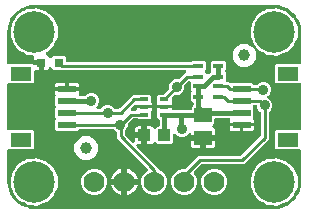
<source format=gbr>
G04 EAGLE Gerber RS-274X export*
G75*
%MOMM*%
%FSLAX34Y34*%
%LPD*%
%INTop Copper*%
%IPPOS*%
%AMOC8*
5,1,8,0,0,1.08239X$1,22.5*%
G01*
%ADD10R,1.500000X1.240000*%
%ADD11R,1.075000X1.000000*%
%ADD12R,0.900000X0.450000*%
%ADD13C,3.516000*%
%ADD14R,1.550000X0.600000*%
%ADD15R,1.800000X1.200000*%
%ADD16C,1.000000*%
%ADD17R,0.800000X0.800000*%
%ADD18C,1.778000*%
%ADD19R,0.800000X0.350000*%
%ADD20C,0.254000*%
%ADD21C,0.889000*%
%ADD22C,0.203200*%
%ADD23C,0.406400*%

G36*
X228622Y2543D02*
X228622Y2543D01*
X228700Y2545D01*
X232077Y2810D01*
X232145Y2824D01*
X232214Y2829D01*
X232370Y2869D01*
X238794Y4956D01*
X238901Y5006D01*
X239012Y5050D01*
X239063Y5083D01*
X239082Y5091D01*
X239097Y5104D01*
X239148Y5136D01*
X244612Y9107D01*
X244699Y9188D01*
X244746Y9227D01*
X244752Y9231D01*
X244753Y9232D01*
X244791Y9264D01*
X244829Y9310D01*
X244844Y9324D01*
X244855Y9342D01*
X244893Y9388D01*
X246586Y11717D01*
X246599Y11741D01*
X246616Y11761D01*
X246675Y11880D01*
X246739Y11996D01*
X246746Y12022D01*
X246758Y12046D01*
X246785Y12174D01*
X246799Y12185D01*
X246823Y12196D01*
X246925Y12281D01*
X247031Y12361D01*
X247048Y12382D01*
X247068Y12398D01*
X247171Y12522D01*
X248864Y14852D01*
X248921Y14956D01*
X248985Y15056D01*
X249007Y15113D01*
X249017Y15131D01*
X249022Y15151D01*
X249044Y15206D01*
X251131Y21630D01*
X251144Y21698D01*
X251167Y21764D01*
X251190Y21923D01*
X251455Y25300D01*
X251455Y25304D01*
X251456Y25307D01*
X251455Y25326D01*
X251459Y25400D01*
X251459Y51598D01*
X251444Y51716D01*
X251437Y51835D01*
X251424Y51873D01*
X251419Y51914D01*
X251376Y52024D01*
X251339Y52137D01*
X251317Y52172D01*
X251302Y52209D01*
X251233Y52305D01*
X251169Y52406D01*
X251139Y52434D01*
X251116Y52467D01*
X251024Y52543D01*
X250937Y52624D01*
X250902Y52644D01*
X250871Y52669D01*
X250763Y52720D01*
X250659Y52778D01*
X250619Y52788D01*
X250583Y52805D01*
X250466Y52827D01*
X250351Y52857D01*
X250291Y52861D01*
X250271Y52865D01*
X250250Y52863D01*
X250190Y52867D01*
X230078Y52867D01*
X228887Y54058D01*
X228887Y67742D01*
X230078Y68933D01*
X250190Y68933D01*
X250308Y68948D01*
X250427Y68955D01*
X250465Y68968D01*
X250506Y68973D01*
X250616Y69016D01*
X250729Y69053D01*
X250764Y69075D01*
X250801Y69090D01*
X250897Y69159D01*
X250998Y69223D01*
X251026Y69253D01*
X251059Y69276D01*
X251135Y69368D01*
X251216Y69455D01*
X251236Y69490D01*
X251261Y69521D01*
X251312Y69629D01*
X251370Y69733D01*
X251380Y69773D01*
X251397Y69809D01*
X251419Y69926D01*
X251449Y70041D01*
X251453Y70101D01*
X251457Y70121D01*
X251455Y70142D01*
X251459Y70202D01*
X251459Y107598D01*
X251444Y107716D01*
X251437Y107835D01*
X251424Y107873D01*
X251419Y107914D01*
X251376Y108024D01*
X251339Y108137D01*
X251317Y108172D01*
X251302Y108209D01*
X251233Y108305D01*
X251169Y108406D01*
X251139Y108434D01*
X251116Y108467D01*
X251024Y108543D01*
X250937Y108624D01*
X250902Y108644D01*
X250871Y108669D01*
X250763Y108720D01*
X250659Y108778D01*
X250619Y108788D01*
X250583Y108805D01*
X250466Y108827D01*
X250351Y108857D01*
X250291Y108861D01*
X250271Y108865D01*
X250250Y108863D01*
X250190Y108867D01*
X230078Y108867D01*
X228887Y110058D01*
X228887Y123742D01*
X230078Y124933D01*
X250190Y124933D01*
X250308Y124948D01*
X250427Y124955D01*
X250465Y124968D01*
X250506Y124973D01*
X250616Y125016D01*
X250729Y125053D01*
X250764Y125075D01*
X250801Y125090D01*
X250897Y125159D01*
X250998Y125223D01*
X251026Y125253D01*
X251059Y125276D01*
X251135Y125368D01*
X251216Y125455D01*
X251236Y125490D01*
X251261Y125521D01*
X251312Y125629D01*
X251370Y125733D01*
X251380Y125773D01*
X251397Y125809D01*
X251419Y125926D01*
X251449Y126041D01*
X251453Y126101D01*
X251457Y126121D01*
X251455Y126142D01*
X251459Y126202D01*
X251459Y152400D01*
X251457Y152422D01*
X251455Y152500D01*
X251190Y155877D01*
X251176Y155945D01*
X251171Y156014D01*
X251131Y156170D01*
X249044Y162594D01*
X248993Y162701D01*
X248950Y162812D01*
X248917Y162863D01*
X248909Y162882D01*
X248896Y162897D01*
X248864Y162948D01*
X247171Y165278D01*
X247153Y165297D01*
X247139Y165320D01*
X247044Y165413D01*
X246953Y165509D01*
X246931Y165524D01*
X246912Y165542D01*
X246798Y165608D01*
X246792Y165624D01*
X246789Y165651D01*
X246740Y165775D01*
X246697Y165900D01*
X246682Y165922D01*
X246672Y165947D01*
X246586Y166083D01*
X244893Y168412D01*
X244812Y168499D01*
X244736Y168591D01*
X244690Y168629D01*
X244676Y168644D01*
X244658Y168655D01*
X244612Y168693D01*
X239148Y172664D01*
X239044Y172721D01*
X238944Y172785D01*
X238887Y172807D01*
X238869Y172817D01*
X238849Y172822D01*
X238794Y172844D01*
X232370Y174931D01*
X232302Y174944D01*
X232236Y174967D01*
X232077Y174990D01*
X228700Y175255D01*
X228678Y175254D01*
X228600Y175259D01*
X25400Y175259D01*
X25378Y175257D01*
X25300Y175255D01*
X21923Y174990D01*
X21855Y174976D01*
X21786Y174971D01*
X21630Y174931D01*
X18892Y174041D01*
X18867Y174030D01*
X18841Y174024D01*
X18724Y173962D01*
X18604Y173906D01*
X18583Y173889D01*
X18560Y173877D01*
X18462Y173789D01*
X18445Y173788D01*
X18418Y173793D01*
X18286Y173785D01*
X18153Y173783D01*
X18128Y173775D01*
X18101Y173774D01*
X17945Y173734D01*
X15206Y172844D01*
X15099Y172794D01*
X14988Y172750D01*
X14937Y172717D01*
X14918Y172709D01*
X14903Y172696D01*
X14852Y172664D01*
X9388Y168693D01*
X9301Y168612D01*
X9209Y168536D01*
X9171Y168490D01*
X9156Y168476D01*
X9145Y168458D01*
X9107Y168412D01*
X5136Y162948D01*
X5079Y162844D01*
X5015Y162744D01*
X4993Y162687D01*
X4983Y162669D01*
X4978Y162649D01*
X4956Y162594D01*
X2869Y156170D01*
X2856Y156102D01*
X2833Y156036D01*
X2810Y155877D01*
X2545Y152500D01*
X2546Y152478D01*
X2541Y152400D01*
X2541Y126202D01*
X2556Y126084D01*
X2563Y125965D01*
X2576Y125927D01*
X2581Y125886D01*
X2624Y125776D01*
X2661Y125663D01*
X2683Y125628D01*
X2698Y125591D01*
X2767Y125495D01*
X2831Y125394D01*
X2861Y125366D01*
X2884Y125333D01*
X2976Y125257D01*
X3063Y125176D01*
X3098Y125156D01*
X3129Y125131D01*
X3237Y125080D01*
X3341Y125022D01*
X3381Y125012D01*
X3417Y124995D01*
X3534Y124973D01*
X3649Y124943D01*
X3709Y124939D01*
X3729Y124935D01*
X3750Y124937D01*
X3810Y124933D01*
X23922Y124933D01*
X24117Y124737D01*
X24195Y124677D01*
X24268Y124609D01*
X24321Y124580D01*
X24368Y124543D01*
X24459Y124503D01*
X24546Y124455D01*
X24605Y124440D01*
X24660Y124416D01*
X24758Y124401D01*
X24854Y124376D01*
X24954Y124370D01*
X24974Y124366D01*
X24987Y124367D01*
X25015Y124366D01*
X29236Y124366D01*
X29236Y119824D01*
X26901Y119824D01*
X26711Y119875D01*
X26586Y119892D01*
X26462Y119916D01*
X26429Y119914D01*
X26396Y119918D01*
X26270Y119904D01*
X26145Y119896D01*
X26113Y119886D01*
X26080Y119882D01*
X25962Y119837D01*
X25843Y119798D01*
X25814Y119780D01*
X25783Y119768D01*
X25680Y119695D01*
X25574Y119628D01*
X25551Y119603D01*
X25523Y119584D01*
X25442Y119488D01*
X25356Y119396D01*
X25340Y119367D01*
X25318Y119341D01*
X25263Y119228D01*
X25202Y119118D01*
X25194Y119085D01*
X25179Y119055D01*
X25154Y118932D01*
X25123Y118810D01*
X25120Y118761D01*
X25116Y118743D01*
X25117Y118722D01*
X25113Y118649D01*
X25113Y110058D01*
X23922Y108867D01*
X3810Y108867D01*
X3692Y108852D01*
X3573Y108845D01*
X3535Y108832D01*
X3494Y108827D01*
X3384Y108784D01*
X3271Y108747D01*
X3236Y108725D01*
X3199Y108710D01*
X3103Y108641D01*
X3002Y108577D01*
X2974Y108547D01*
X2941Y108524D01*
X2865Y108432D01*
X2784Y108345D01*
X2764Y108310D01*
X2739Y108279D01*
X2688Y108171D01*
X2630Y108067D01*
X2620Y108027D01*
X2603Y107991D01*
X2581Y107874D01*
X2551Y107759D01*
X2547Y107699D01*
X2543Y107679D01*
X2545Y107658D01*
X2541Y107598D01*
X2541Y70202D01*
X2556Y70084D01*
X2563Y69965D01*
X2576Y69927D01*
X2581Y69886D01*
X2624Y69776D01*
X2661Y69663D01*
X2683Y69628D01*
X2698Y69591D01*
X2767Y69495D01*
X2831Y69394D01*
X2861Y69366D01*
X2884Y69333D01*
X2976Y69257D01*
X3063Y69176D01*
X3098Y69156D01*
X3129Y69131D01*
X3237Y69080D01*
X3341Y69022D01*
X3381Y69012D01*
X3417Y68995D01*
X3534Y68973D01*
X3649Y68943D01*
X3709Y68939D01*
X3729Y68935D01*
X3750Y68937D01*
X3810Y68933D01*
X23922Y68933D01*
X25113Y67742D01*
X25113Y54058D01*
X23922Y52867D01*
X3810Y52867D01*
X3692Y52852D01*
X3573Y52845D01*
X3535Y52832D01*
X3494Y52827D01*
X3384Y52784D01*
X3271Y52747D01*
X3236Y52725D01*
X3199Y52710D01*
X3103Y52641D01*
X3002Y52577D01*
X2974Y52547D01*
X2941Y52524D01*
X2865Y52432D01*
X2784Y52345D01*
X2764Y52310D01*
X2739Y52279D01*
X2688Y52171D01*
X2630Y52067D01*
X2620Y52027D01*
X2603Y51991D01*
X2581Y51874D01*
X2551Y51759D01*
X2547Y51699D01*
X2543Y51679D01*
X2545Y51658D01*
X2541Y51598D01*
X2541Y25400D01*
X2543Y25378D01*
X2545Y25300D01*
X2810Y21923D01*
X2824Y21855D01*
X2829Y21786D01*
X2869Y21630D01*
X4956Y15206D01*
X5006Y15099D01*
X5050Y14988D01*
X5083Y14937D01*
X5091Y14918D01*
X5104Y14903D01*
X5136Y14852D01*
X9107Y9388D01*
X9127Y9366D01*
X9138Y9348D01*
X9184Y9305D01*
X9188Y9301D01*
X9264Y9209D01*
X9310Y9171D01*
X9324Y9156D01*
X9342Y9145D01*
X9388Y9107D01*
X14852Y5136D01*
X14956Y5079D01*
X15056Y5015D01*
X15113Y4993D01*
X15131Y4983D01*
X15151Y4978D01*
X15206Y4956D01*
X17945Y4066D01*
X17971Y4061D01*
X17996Y4051D01*
X18127Y4031D01*
X18257Y4006D01*
X18284Y4008D01*
X18310Y4004D01*
X18441Y4018D01*
X18455Y4008D01*
X18474Y3989D01*
X18585Y3918D01*
X18694Y3842D01*
X18719Y3832D01*
X18742Y3818D01*
X18892Y3759D01*
X21630Y2869D01*
X21698Y2856D01*
X21764Y2833D01*
X21923Y2810D01*
X25300Y2545D01*
X25322Y2546D01*
X25400Y2541D01*
X228600Y2541D01*
X228622Y2543D01*
G37*
%LPC*%
G36*
X150227Y14477D02*
X150227Y14477D01*
X146213Y16140D01*
X143140Y19213D01*
X141477Y23227D01*
X141477Y27573D01*
X143140Y31587D01*
X146213Y34660D01*
X150227Y36323D01*
X153046Y36323D01*
X153144Y36335D01*
X153243Y36338D01*
X153302Y36355D01*
X153362Y36363D01*
X153454Y36399D01*
X153549Y36427D01*
X153601Y36457D01*
X153657Y36480D01*
X153737Y36538D01*
X153823Y36588D01*
X153898Y36654D01*
X153915Y36666D01*
X153923Y36676D01*
X153944Y36694D01*
X164367Y47118D01*
X199401Y47118D01*
X199499Y47130D01*
X199598Y47133D01*
X199657Y47150D01*
X199717Y47158D01*
X199809Y47194D01*
X199904Y47222D01*
X199956Y47252D01*
X200012Y47275D01*
X200092Y47333D01*
X200178Y47383D01*
X200253Y47449D01*
X200270Y47461D01*
X200278Y47471D01*
X200299Y47489D01*
X216671Y63861D01*
X216731Y63940D01*
X216799Y64012D01*
X216828Y64065D01*
X216865Y64113D01*
X216905Y64204D01*
X216953Y64290D01*
X216968Y64349D01*
X216992Y64404D01*
X217007Y64502D01*
X217032Y64598D01*
X217038Y64698D01*
X217042Y64719D01*
X217040Y64731D01*
X217042Y64759D01*
X217042Y83786D01*
X217030Y83884D01*
X217027Y83983D01*
X217020Y84006D01*
X217020Y84010D01*
X217013Y84030D01*
X217010Y84042D01*
X217002Y84102D01*
X216966Y84194D01*
X216938Y84289D01*
X216908Y84341D01*
X216885Y84397D01*
X216827Y84477D01*
X216777Y84563D01*
X216711Y84638D01*
X216699Y84655D01*
X216689Y84662D01*
X216671Y84684D01*
X214853Y86501D01*
X213867Y88881D01*
X213867Y89328D01*
X213852Y89446D01*
X213845Y89565D01*
X213832Y89603D01*
X213827Y89644D01*
X213784Y89754D01*
X213747Y89867D01*
X213725Y89902D01*
X213710Y89939D01*
X213641Y90035D01*
X213577Y90136D01*
X213547Y90164D01*
X213524Y90197D01*
X213432Y90273D01*
X213345Y90354D01*
X213310Y90374D01*
X213279Y90399D01*
X213171Y90450D01*
X213067Y90508D01*
X213027Y90518D01*
X212991Y90535D01*
X212874Y90557D01*
X212759Y90587D01*
X212699Y90591D01*
X212679Y90595D01*
X212658Y90593D01*
X212598Y90597D01*
X211768Y90597D01*
X211670Y90585D01*
X211571Y90582D01*
X211512Y90565D01*
X211452Y90557D01*
X211360Y90521D01*
X211265Y90493D01*
X211213Y90463D01*
X211157Y90440D01*
X211076Y90382D01*
X210991Y90332D01*
X210916Y90266D01*
X210899Y90254D01*
X210891Y90244D01*
X210870Y90226D01*
X210442Y89797D01*
X210369Y89703D01*
X210290Y89614D01*
X210272Y89578D01*
X210247Y89546D01*
X210200Y89437D01*
X210146Y89331D01*
X210137Y89292D01*
X210121Y89254D01*
X210102Y89136D01*
X210076Y89021D01*
X210077Y88980D01*
X210071Y88940D01*
X210082Y88821D01*
X210086Y88703D01*
X210097Y88664D01*
X210101Y88624D01*
X210141Y88511D01*
X210174Y88397D01*
X210195Y88362D01*
X210208Y88324D01*
X210275Y88226D01*
X210336Y88123D01*
X210376Y88078D01*
X210387Y88061D01*
X210402Y88048D01*
X210442Y88002D01*
X210703Y87742D01*
X210703Y80033D01*
X210649Y79973D01*
X210631Y79937D01*
X210606Y79905D01*
X210559Y79795D01*
X210505Y79689D01*
X210496Y79650D01*
X210480Y79614D01*
X210461Y79496D01*
X210435Y79379D01*
X210437Y79339D01*
X210430Y79300D01*
X210441Y79181D01*
X210445Y79061D01*
X210456Y79023D01*
X210460Y78983D01*
X210500Y78871D01*
X210534Y78756D01*
X210554Y78721D01*
X210568Y78684D01*
X210615Y78614D01*
X210620Y78605D01*
X211038Y77881D01*
X211211Y77234D01*
X211211Y75399D01*
X201150Y75399D01*
X201032Y75384D01*
X200913Y75377D01*
X200906Y75375D01*
X200850Y75389D01*
X200790Y75393D01*
X200770Y75397D01*
X200750Y75395D01*
X200690Y75399D01*
X190629Y75399D01*
X190629Y77234D01*
X190802Y77881D01*
X190832Y77931D01*
X190883Y78053D01*
X190939Y78173D01*
X190944Y78200D01*
X190955Y78224D01*
X190974Y78356D01*
X190999Y78486D01*
X190998Y78512D01*
X191001Y78539D01*
X190988Y78671D01*
X190979Y78803D01*
X190971Y78828D01*
X190968Y78855D01*
X190922Y78980D01*
X190881Y79105D01*
X190867Y79128D01*
X190858Y79153D01*
X190782Y79262D01*
X190711Y79374D01*
X190692Y79393D01*
X190676Y79415D01*
X190576Y79501D01*
X190480Y79592D01*
X190456Y79605D01*
X190436Y79623D01*
X190317Y79682D01*
X190201Y79746D01*
X190175Y79752D01*
X190151Y79764D01*
X190021Y79792D01*
X189893Y79825D01*
X189855Y79827D01*
X189840Y79831D01*
X189818Y79830D01*
X189733Y79835D01*
X179077Y79835D01*
X178959Y79820D01*
X178840Y79813D01*
X178802Y79800D01*
X178761Y79795D01*
X178651Y79752D01*
X178538Y79715D01*
X178503Y79693D01*
X178466Y79678D01*
X178370Y79609D01*
X178269Y79545D01*
X178241Y79515D01*
X178208Y79492D01*
X178132Y79400D01*
X178051Y79313D01*
X178031Y79278D01*
X178006Y79247D01*
X177955Y79139D01*
X177897Y79035D01*
X177887Y78995D01*
X177870Y78959D01*
X177848Y78842D01*
X177818Y78727D01*
X177814Y78667D01*
X177810Y78647D01*
X177812Y78626D01*
X177808Y78566D01*
X177808Y74848D01*
X176443Y73483D01*
X176366Y73384D01*
X176284Y73289D01*
X176269Y73259D01*
X176248Y73232D01*
X176198Y73116D01*
X176142Y73004D01*
X176135Y72971D01*
X176122Y72940D01*
X176102Y72816D01*
X176076Y72693D01*
X176077Y72659D01*
X176072Y72626D01*
X176084Y72500D01*
X176089Y72375D01*
X176098Y72343D01*
X176102Y72309D01*
X176144Y72191D01*
X176180Y72071D01*
X176198Y72042D01*
X176209Y72010D01*
X176280Y71906D01*
X176345Y71798D01*
X176369Y71775D01*
X176388Y71747D01*
X176482Y71664D01*
X176572Y71576D01*
X176612Y71548D01*
X176626Y71536D01*
X176645Y71527D01*
X176706Y71486D01*
X177335Y71123D01*
X177808Y70650D01*
X178143Y70071D01*
X178316Y69424D01*
X178316Y65429D01*
X169545Y65429D01*
X169427Y65414D01*
X169308Y65407D01*
X169270Y65394D01*
X169230Y65389D01*
X169119Y65345D01*
X169006Y65309D01*
X168971Y65287D01*
X168934Y65272D01*
X168838Y65202D01*
X168737Y65139D01*
X168709Y65109D01*
X168677Y65085D01*
X168601Y64994D01*
X168519Y64907D01*
X168500Y64872D01*
X168474Y64840D01*
X168423Y64733D01*
X168366Y64629D01*
X168355Y64589D01*
X168338Y64553D01*
X168316Y64436D01*
X168286Y64321D01*
X168282Y64260D01*
X168278Y64240D01*
X168280Y64220D01*
X168276Y64160D01*
X168276Y62889D01*
X168274Y62889D01*
X168274Y64160D01*
X168259Y64278D01*
X168252Y64397D01*
X168239Y64435D01*
X168234Y64475D01*
X168190Y64586D01*
X168154Y64699D01*
X168132Y64734D01*
X168117Y64771D01*
X168047Y64867D01*
X167984Y64968D01*
X167954Y64996D01*
X167930Y65028D01*
X167839Y65104D01*
X167752Y65186D01*
X167717Y65205D01*
X167685Y65231D01*
X167578Y65282D01*
X167474Y65339D01*
X167434Y65350D01*
X167398Y65367D01*
X167281Y65389D01*
X167166Y65419D01*
X167105Y65423D01*
X167085Y65427D01*
X167065Y65425D01*
X167005Y65429D01*
X158226Y65429D01*
X158217Y65502D01*
X158204Y65640D01*
X158197Y65660D01*
X158194Y65680D01*
X158143Y65809D01*
X158096Y65940D01*
X158085Y65956D01*
X158077Y65975D01*
X157996Y66088D01*
X157918Y66203D01*
X157902Y66216D01*
X157891Y66233D01*
X157784Y66321D01*
X157679Y66413D01*
X157661Y66423D01*
X157646Y66435D01*
X157520Y66495D01*
X157396Y66558D01*
X157376Y66562D01*
X157358Y66571D01*
X157221Y66597D01*
X157086Y66628D01*
X157065Y66627D01*
X157046Y66631D01*
X156907Y66622D01*
X156768Y66618D01*
X156748Y66612D01*
X156728Y66611D01*
X156596Y66568D01*
X156462Y66530D01*
X156445Y66519D01*
X156426Y66513D01*
X156308Y66439D01*
X156188Y66368D01*
X156167Y66349D01*
X156157Y66343D01*
X156143Y66328D01*
X156068Y66262D01*
X154164Y64358D01*
X151784Y63372D01*
X149206Y63372D01*
X146826Y64358D01*
X145074Y66110D01*
X144965Y66195D01*
X144858Y66284D01*
X144839Y66292D01*
X144823Y66305D01*
X144695Y66360D01*
X144570Y66419D01*
X144550Y66423D01*
X144531Y66431D01*
X144393Y66453D01*
X144257Y66479D01*
X144237Y66478D01*
X144217Y66481D01*
X144078Y66468D01*
X143940Y66459D01*
X143921Y66453D01*
X143901Y66451D01*
X143769Y66404D01*
X143638Y66361D01*
X143620Y66350D01*
X143601Y66343D01*
X143486Y66265D01*
X143369Y66191D01*
X143355Y66176D01*
X143338Y66165D01*
X143246Y66060D01*
X143151Y65959D01*
X143141Y65942D01*
X143128Y65926D01*
X143064Y65802D01*
X142997Y65681D01*
X142992Y65661D01*
X142983Y65643D01*
X142953Y65507D01*
X142918Y65373D01*
X142916Y65345D01*
X142913Y65333D01*
X142914Y65312D01*
X142908Y65212D01*
X142908Y58928D01*
X141717Y57737D01*
X129283Y57737D01*
X128140Y58880D01*
X128041Y58957D01*
X127946Y59040D01*
X127915Y59055D01*
X127889Y59075D01*
X127773Y59125D01*
X127661Y59181D01*
X127628Y59188D01*
X127597Y59202D01*
X127473Y59221D01*
X127350Y59248D01*
X127316Y59246D01*
X127283Y59251D01*
X127157Y59240D01*
X127032Y59234D01*
X127000Y59225D01*
X126966Y59222D01*
X126848Y59179D01*
X126727Y59143D01*
X126699Y59125D01*
X126667Y59114D01*
X126563Y59043D01*
X126455Y58978D01*
X126432Y58954D01*
X126404Y58935D01*
X126320Y58841D01*
X126232Y58751D01*
X126206Y58711D01*
X126193Y58697D01*
X126183Y58678D01*
X126143Y58617D01*
X125908Y58210D01*
X125435Y57737D01*
X124856Y57402D01*
X124209Y57229D01*
X120999Y57229D01*
X120999Y63540D01*
X120984Y63658D01*
X120977Y63777D01*
X120964Y63815D01*
X120959Y63855D01*
X120916Y63966D01*
X120879Y64079D01*
X120857Y64113D01*
X120842Y64151D01*
X120773Y64247D01*
X120709Y64348D01*
X120679Y64376D01*
X120656Y64408D01*
X120564Y64484D01*
X120477Y64566D01*
X120442Y64585D01*
X120411Y64611D01*
X120303Y64662D01*
X120199Y64719D01*
X120159Y64729D01*
X120123Y64747D01*
X120016Y64767D01*
X120046Y64771D01*
X120156Y64815D01*
X120269Y64851D01*
X120304Y64873D01*
X120341Y64888D01*
X120437Y64958D01*
X120538Y65021D01*
X120566Y65051D01*
X120599Y65075D01*
X120675Y65166D01*
X120756Y65253D01*
X120776Y65288D01*
X120801Y65320D01*
X120852Y65427D01*
X120910Y65532D01*
X120920Y65571D01*
X120937Y65607D01*
X120959Y65724D01*
X120989Y65840D01*
X120993Y65900D01*
X120997Y65920D01*
X120997Y65922D01*
X120997Y65923D01*
X120996Y65942D01*
X120999Y66000D01*
X120999Y72311D01*
X124209Y72311D01*
X124856Y72138D01*
X125435Y71803D01*
X125908Y71330D01*
X126143Y70923D01*
X126219Y70823D01*
X126290Y70718D01*
X126315Y70696D01*
X126336Y70669D01*
X126434Y70591D01*
X126528Y70508D01*
X126558Y70493D01*
X126585Y70472D01*
X126700Y70421D01*
X126812Y70363D01*
X126844Y70356D01*
X126875Y70342D01*
X126999Y70321D01*
X127122Y70294D01*
X127156Y70295D01*
X127189Y70289D01*
X127314Y70300D01*
X127440Y70303D01*
X127472Y70313D01*
X127506Y70316D01*
X127624Y70357D01*
X127745Y70392D01*
X127774Y70409D01*
X127806Y70420D01*
X127911Y70490D01*
X128019Y70553D01*
X128056Y70586D01*
X128071Y70596D01*
X128086Y70612D01*
X128140Y70660D01*
X129283Y71803D01*
X130166Y71803D01*
X130284Y71818D01*
X130403Y71825D01*
X130441Y71838D01*
X130482Y71843D01*
X130592Y71886D01*
X130705Y71923D01*
X130740Y71945D01*
X130777Y71960D01*
X130873Y72029D01*
X130974Y72093D01*
X131002Y72123D01*
X131035Y72146D01*
X131111Y72238D01*
X131192Y72325D01*
X131212Y72360D01*
X131237Y72391D01*
X131288Y72499D01*
X131346Y72603D01*
X131356Y72643D01*
X131373Y72679D01*
X131395Y72796D01*
X131425Y72911D01*
X131429Y72971D01*
X131433Y72991D01*
X131431Y73012D01*
X131435Y73072D01*
X131435Y77348D01*
X131420Y77466D01*
X131413Y77585D01*
X131400Y77623D01*
X131395Y77664D01*
X131352Y77774D01*
X131315Y77887D01*
X131293Y77922D01*
X131278Y77959D01*
X131209Y78055D01*
X131145Y78156D01*
X131115Y78184D01*
X131092Y78217D01*
X131000Y78293D01*
X130913Y78374D01*
X130887Y78389D01*
X129467Y79808D01*
X129467Y85249D01*
X129456Y85341D01*
X129454Y85433D01*
X129436Y85498D01*
X129427Y85565D01*
X129393Y85651D01*
X129369Y85740D01*
X129317Y85845D01*
X129310Y85860D01*
X129305Y85867D01*
X129297Y85884D01*
X129132Y86169D01*
X128959Y86816D01*
X128959Y87631D01*
X135500Y87631D01*
X142041Y87631D01*
X142041Y87224D01*
X142056Y87106D01*
X142063Y86987D01*
X142075Y86949D01*
X142081Y86908D01*
X142124Y86798D01*
X142161Y86685D01*
X142183Y86650D01*
X142198Y86613D01*
X142267Y86517D01*
X142331Y86416D01*
X142361Y86388D01*
X142384Y86355D01*
X142476Y86279D01*
X142563Y86198D01*
X142598Y86178D01*
X142629Y86153D01*
X142737Y86102D01*
X142841Y86044D01*
X142881Y86034D01*
X142917Y86017D01*
X143034Y85995D01*
X143149Y85965D01*
X143209Y85961D01*
X143229Y85957D01*
X143250Y85959D01*
X143310Y85955D01*
X157473Y85955D01*
X157591Y85970D01*
X157710Y85977D01*
X157748Y85990D01*
X157789Y85995D01*
X157899Y86038D01*
X158012Y86075D01*
X158047Y86097D01*
X158084Y86112D01*
X158180Y86181D01*
X158281Y86245D01*
X158309Y86275D01*
X158342Y86298D01*
X158418Y86390D01*
X158499Y86477D01*
X158519Y86512D01*
X158544Y86543D01*
X158595Y86651D01*
X158653Y86755D01*
X158663Y86795D01*
X158680Y86831D01*
X158702Y86948D01*
X158732Y87063D01*
X158736Y87123D01*
X158740Y87143D01*
X158738Y87164D01*
X158742Y87224D01*
X158742Y88932D01*
X159784Y89973D01*
X159844Y90052D01*
X159912Y90124D01*
X159941Y90177D01*
X159978Y90225D01*
X160018Y90315D01*
X160066Y90402D01*
X160081Y90461D01*
X160105Y90516D01*
X160120Y90614D01*
X160145Y90710D01*
X160151Y90810D01*
X160155Y90830D01*
X160153Y90843D01*
X160155Y90871D01*
X160155Y91938D01*
X160140Y92056D01*
X160133Y92175D01*
X160120Y92213D01*
X160115Y92254D01*
X160072Y92364D01*
X160035Y92477D01*
X160013Y92512D01*
X159998Y92549D01*
X159929Y92645D01*
X159865Y92746D01*
X159835Y92774D01*
X159812Y92807D01*
X159720Y92883D01*
X159633Y92964D01*
X159598Y92984D01*
X159567Y93009D01*
X159459Y93060D01*
X159355Y93118D01*
X159315Y93128D01*
X159279Y93145D01*
X159162Y93167D01*
X159047Y93197D01*
X158987Y93201D01*
X158967Y93205D01*
X158946Y93203D01*
X158886Y93207D01*
X158878Y93207D01*
X157687Y94398D01*
X157687Y100582D01*
X158198Y101092D01*
X158271Y101186D01*
X158350Y101276D01*
X158368Y101312D01*
X158393Y101344D01*
X158440Y101453D01*
X158494Y101559D01*
X158503Y101598D01*
X158519Y101636D01*
X158538Y101753D01*
X158564Y101869D01*
X158563Y101910D01*
X158569Y101950D01*
X158558Y102068D01*
X158554Y102187D01*
X158543Y102226D01*
X158539Y102266D01*
X158499Y102378D01*
X158466Y102493D01*
X158445Y102528D01*
X158432Y102566D01*
X158365Y102664D01*
X158304Y102767D01*
X158264Y102812D01*
X158253Y102829D01*
X158238Y102842D01*
X158198Y102887D01*
X157687Y103398D01*
X157687Y109852D01*
X157670Y109990D01*
X157657Y110129D01*
X157650Y110148D01*
X157647Y110168D01*
X157597Y110296D01*
X157549Y110428D01*
X157538Y110445D01*
X157530Y110463D01*
X157449Y110576D01*
X157371Y110691D01*
X157355Y110704D01*
X157344Y110721D01*
X157236Y110810D01*
X157132Y110902D01*
X157114Y110911D01*
X157099Y110924D01*
X156973Y110983D01*
X156849Y111046D01*
X156829Y111051D01*
X156811Y111059D01*
X156675Y111085D01*
X156539Y111116D01*
X156518Y111115D01*
X156499Y111119D01*
X156360Y111110D01*
X156221Y111106D01*
X156201Y111100D01*
X156181Y111099D01*
X156049Y111056D01*
X155915Y111018D01*
X155898Y111007D01*
X155879Y111001D01*
X155761Y110927D01*
X155641Y110856D01*
X155620Y110838D01*
X155610Y110831D01*
X155596Y110816D01*
X155521Y110750D01*
X152629Y107859D01*
X152569Y107780D01*
X152501Y107708D01*
X152472Y107655D01*
X152435Y107607D01*
X152395Y107516D01*
X152347Y107430D01*
X152332Y107371D01*
X152308Y107316D01*
X152293Y107218D01*
X152268Y107122D01*
X152262Y107022D01*
X152258Y107001D01*
X152260Y106989D01*
X152258Y106961D01*
X152258Y104391D01*
X151272Y102011D01*
X149449Y100188D01*
X147069Y99202D01*
X144499Y99202D01*
X144401Y99190D01*
X144302Y99187D01*
X144243Y99170D01*
X144183Y99162D01*
X144091Y99126D01*
X143996Y99098D01*
X143944Y99068D01*
X143888Y99045D01*
X143808Y98987D01*
X143722Y98937D01*
X143647Y98871D01*
X143630Y98859D01*
X143622Y98849D01*
X143601Y98831D01*
X141904Y97134D01*
X141844Y97055D01*
X141776Y96983D01*
X141747Y96930D01*
X141710Y96882D01*
X141670Y96791D01*
X141622Y96705D01*
X141607Y96646D01*
X141583Y96591D01*
X141568Y96493D01*
X141543Y96397D01*
X141537Y96297D01*
X141533Y96276D01*
X141535Y96264D01*
X141533Y96236D01*
X141533Y92551D01*
X141544Y92459D01*
X141546Y92367D01*
X141564Y92302D01*
X141573Y92235D01*
X141607Y92149D01*
X141631Y92060D01*
X141683Y91955D01*
X141690Y91940D01*
X141695Y91933D01*
X141703Y91916D01*
X141868Y91631D01*
X142041Y90984D01*
X142041Y90169D01*
X135500Y90169D01*
X128959Y90169D01*
X128959Y90984D01*
X129132Y91631D01*
X129297Y91916D01*
X129333Y92001D01*
X129378Y92082D01*
X129394Y92147D01*
X129420Y92209D01*
X129434Y92301D01*
X129457Y92390D01*
X129464Y92507D01*
X129467Y92524D01*
X129466Y92532D01*
X129467Y92551D01*
X129467Y97992D01*
X130658Y99183D01*
X134086Y99183D01*
X134184Y99195D01*
X134283Y99198D01*
X134342Y99215D01*
X134402Y99223D01*
X134494Y99259D01*
X134589Y99287D01*
X134641Y99317D01*
X134697Y99340D01*
X134777Y99398D01*
X134863Y99448D01*
X134938Y99514D01*
X134955Y99526D01*
X134963Y99536D01*
X134984Y99554D01*
X138931Y103501D01*
X138991Y103580D01*
X139059Y103652D01*
X139088Y103705D01*
X139125Y103753D01*
X139165Y103844D01*
X139213Y103930D01*
X139228Y103989D01*
X139252Y104044D01*
X139267Y104142D01*
X139292Y104238D01*
X139298Y104338D01*
X139302Y104359D01*
X139300Y104371D01*
X139302Y104399D01*
X139302Y106969D01*
X140288Y109349D01*
X142111Y111172D01*
X144491Y112158D01*
X147061Y112158D01*
X147159Y112170D01*
X147258Y112173D01*
X147317Y112190D01*
X147377Y112198D01*
X147469Y112234D01*
X147564Y112262D01*
X147616Y112292D01*
X147672Y112315D01*
X147752Y112373D01*
X147838Y112423D01*
X147913Y112489D01*
X147930Y112501D01*
X147938Y112511D01*
X147959Y112529D01*
X153450Y118021D01*
X153535Y118130D01*
X153624Y118237D01*
X153632Y118256D01*
X153645Y118272D01*
X153700Y118400D01*
X153759Y118525D01*
X153763Y118545D01*
X153771Y118564D01*
X153793Y118702D01*
X153819Y118838D01*
X153818Y118858D01*
X153821Y118878D01*
X153808Y119017D01*
X153799Y119155D01*
X153793Y119174D01*
X153791Y119194D01*
X153744Y119326D01*
X153701Y119457D01*
X153690Y119475D01*
X153683Y119494D01*
X153605Y119609D01*
X153531Y119726D01*
X153516Y119740D01*
X153505Y119757D01*
X153401Y119849D01*
X153299Y119944D01*
X153282Y119954D01*
X153266Y119967D01*
X153142Y120031D01*
X153021Y120098D01*
X153001Y120103D01*
X152983Y120112D01*
X152847Y120142D01*
X152713Y120177D01*
X152685Y120179D01*
X152673Y120182D01*
X152652Y120181D01*
X152552Y120187D01*
X47644Y120187D01*
X47626Y120195D01*
X47540Y120243D01*
X47481Y120258D01*
X47426Y120282D01*
X47328Y120297D01*
X47232Y120322D01*
X47132Y120328D01*
X47111Y120332D01*
X47099Y120330D01*
X47071Y120332D01*
X41393Y120332D01*
X40191Y121534D01*
X40183Y121597D01*
X40166Y121748D01*
X40163Y121754D01*
X40162Y121761D01*
X40106Y121903D01*
X40052Y122045D01*
X40048Y122051D01*
X40045Y122057D01*
X39956Y122180D01*
X39868Y122304D01*
X39863Y122309D01*
X39859Y122314D01*
X39740Y122412D01*
X39625Y122510D01*
X39619Y122513D01*
X39614Y122517D01*
X39477Y122581D01*
X39339Y122648D01*
X39332Y122650D01*
X39326Y122653D01*
X39178Y122681D01*
X39027Y122711D01*
X39020Y122711D01*
X39014Y122712D01*
X38862Y122703D01*
X38709Y122695D01*
X38703Y122693D01*
X38696Y122693D01*
X38551Y122646D01*
X38406Y122600D01*
X38400Y122597D01*
X38394Y122595D01*
X38265Y122513D01*
X38135Y122433D01*
X38131Y122428D01*
X38125Y122424D01*
X38020Y122313D01*
X37915Y122204D01*
X37912Y122198D01*
X37907Y122193D01*
X37833Y122059D01*
X37758Y121927D01*
X37756Y121918D01*
X37753Y121914D01*
X37751Y121904D01*
X37707Y121774D01*
X37603Y121384D01*
X37268Y120805D01*
X36795Y120332D01*
X36216Y119997D01*
X35569Y119824D01*
X33234Y119824D01*
X33234Y125635D01*
X33219Y125753D01*
X33212Y125872D01*
X33199Y125910D01*
X33194Y125950D01*
X33151Y126061D01*
X33114Y126174D01*
X33092Y126208D01*
X33077Y126246D01*
X33008Y126342D01*
X32944Y126443D01*
X32914Y126471D01*
X32891Y126503D01*
X32799Y126579D01*
X32712Y126661D01*
X32677Y126680D01*
X32646Y126706D01*
X32538Y126757D01*
X32434Y126814D01*
X32394Y126824D01*
X32358Y126842D01*
X32241Y126864D01*
X32126Y126894D01*
X32066Y126898D01*
X32046Y126901D01*
X32025Y126900D01*
X31965Y126904D01*
X31774Y126904D01*
X31774Y127095D01*
X31759Y127213D01*
X31752Y127332D01*
X31739Y127370D01*
X31734Y127411D01*
X31690Y127521D01*
X31654Y127634D01*
X31632Y127669D01*
X31617Y127706D01*
X31547Y127802D01*
X31484Y127903D01*
X31454Y127931D01*
X31430Y127964D01*
X31339Y128040D01*
X31252Y128121D01*
X31217Y128141D01*
X31185Y128166D01*
X31078Y128217D01*
X30973Y128275D01*
X30934Y128285D01*
X30898Y128302D01*
X30781Y128324D01*
X30665Y128354D01*
X30605Y128358D01*
X30585Y128362D01*
X30565Y128360D01*
X30505Y128364D01*
X24694Y128364D01*
X24694Y130699D01*
X24824Y131184D01*
X24832Y131243D01*
X24849Y131300D01*
X24854Y131400D01*
X24867Y131499D01*
X24860Y131558D01*
X24863Y131618D01*
X24842Y131716D01*
X24831Y131815D01*
X24809Y131871D01*
X24797Y131929D01*
X24753Y132018D01*
X24717Y132112D01*
X24682Y132160D01*
X24656Y132214D01*
X24590Y132290D01*
X24533Y132371D01*
X24487Y132410D01*
X24448Y132455D01*
X24366Y132512D01*
X24290Y132576D01*
X24236Y132602D01*
X24187Y132637D01*
X24094Y132671D01*
X24004Y132715D01*
X23945Y132727D01*
X23889Y132748D01*
X23730Y132775D01*
X23675Y132780D01*
X23658Y132780D01*
X23543Y132787D01*
X21499Y132787D01*
X20951Y133014D01*
X20853Y133041D01*
X20757Y133077D01*
X20665Y133092D01*
X20644Y133098D01*
X20630Y133098D01*
X20598Y133104D01*
X19179Y133253D01*
X16215Y134964D01*
X16213Y134965D01*
X16210Y134967D01*
X16066Y135038D01*
X14290Y135773D01*
X13693Y136370D01*
X13626Y136422D01*
X13565Y136483D01*
X13451Y136558D01*
X13442Y136565D01*
X13438Y136567D01*
X13431Y136572D01*
X11929Y137439D01*
X10139Y139903D01*
X10126Y139917D01*
X10116Y139933D01*
X10009Y140054D01*
X8773Y141290D01*
X8357Y142296D01*
X8322Y142356D01*
X8297Y142420D01*
X8211Y142556D01*
X7008Y144211D01*
X6447Y146849D01*
X6436Y146883D01*
X6431Y146919D01*
X6379Y147071D01*
X5787Y148499D01*
X5787Y149822D01*
X5781Y149874D01*
X5783Y149926D01*
X5760Y150086D01*
X5268Y152400D01*
X5760Y154714D01*
X5764Y154767D01*
X5777Y154817D01*
X5787Y154978D01*
X5787Y156301D01*
X6379Y157729D01*
X6388Y157763D01*
X6404Y157795D01*
X6447Y157951D01*
X7008Y160589D01*
X8211Y162244D01*
X8244Y162305D01*
X8286Y162360D01*
X8357Y162504D01*
X8773Y163510D01*
X10009Y164746D01*
X10021Y164761D01*
X10036Y164773D01*
X10139Y164897D01*
X11929Y167361D01*
X13431Y168228D01*
X13499Y168280D01*
X13573Y168324D01*
X13675Y168414D01*
X13684Y168421D01*
X13687Y168424D01*
X13693Y168430D01*
X14290Y169027D01*
X16066Y169762D01*
X16068Y169764D01*
X16071Y169764D01*
X16215Y169836D01*
X18972Y171428D01*
X18993Y171444D01*
X19017Y171455D01*
X19119Y171540D01*
X19166Y171575D01*
X19203Y171568D01*
X19229Y171569D01*
X19256Y171565D01*
X19416Y171572D01*
X20598Y171696D01*
X20697Y171720D01*
X20799Y171734D01*
X20887Y171764D01*
X20908Y171769D01*
X20920Y171775D01*
X20951Y171786D01*
X21499Y172013D01*
X23543Y172013D01*
X23560Y172015D01*
X23676Y172020D01*
X27504Y172422D01*
X28573Y172075D01*
X28690Y172053D01*
X28805Y172023D01*
X28865Y172019D01*
X28885Y172015D01*
X28906Y172017D01*
X28965Y172013D01*
X29301Y172013D01*
X31209Y171223D01*
X31230Y171217D01*
X31303Y171188D01*
X35466Y169835D01*
X36078Y169285D01*
X36189Y169207D01*
X36297Y169126D01*
X36327Y169111D01*
X36339Y169103D01*
X36359Y169096D01*
X36441Y169055D01*
X36510Y169027D01*
X37805Y167732D01*
X37819Y167721D01*
X37853Y167686D01*
X41687Y164234D01*
X41900Y163756D01*
X41979Y163626D01*
X42250Y162971D01*
X42255Y162963D01*
X42263Y162941D01*
X45092Y156586D01*
X45092Y148214D01*
X42263Y141859D01*
X42260Y141849D01*
X42250Y141829D01*
X41994Y141211D01*
X41975Y141187D01*
X41970Y141179D01*
X41968Y141175D01*
X41963Y141164D01*
X41900Y141044D01*
X41687Y140566D01*
X37853Y137114D01*
X37841Y137100D01*
X37805Y137068D01*
X36510Y135773D01*
X36441Y135745D01*
X36324Y135678D01*
X36204Y135615D01*
X36177Y135594D01*
X36165Y135587D01*
X36150Y135572D01*
X36078Y135515D01*
X35465Y134964D01*
X35460Y134959D01*
X35455Y134955D01*
X35357Y134839D01*
X35257Y134723D01*
X35254Y134717D01*
X35250Y134712D01*
X35183Y134575D01*
X35115Y134438D01*
X35114Y134432D01*
X35111Y134426D01*
X35081Y134276D01*
X35049Y134127D01*
X35049Y134121D01*
X35048Y134114D01*
X35056Y133961D01*
X35062Y133809D01*
X35064Y133803D01*
X35065Y133797D01*
X35110Y133652D01*
X35154Y133505D01*
X35158Y133499D01*
X35159Y133493D01*
X35240Y133363D01*
X35319Y133233D01*
X35323Y133228D01*
X35327Y133223D01*
X35437Y133117D01*
X35546Y133010D01*
X35551Y133007D01*
X35556Y133002D01*
X35689Y132927D01*
X35821Y132851D01*
X35827Y132849D01*
X35833Y132846D01*
X35985Y132794D01*
X36216Y132733D01*
X36795Y132398D01*
X37268Y131925D01*
X37603Y131346D01*
X37707Y130956D01*
X37765Y130815D01*
X37821Y130673D01*
X37825Y130668D01*
X37827Y130661D01*
X37918Y130539D01*
X38007Y130416D01*
X38013Y130411D01*
X38017Y130406D01*
X38135Y130311D01*
X38252Y130213D01*
X38259Y130210D01*
X38264Y130206D01*
X38403Y130142D01*
X38540Y130077D01*
X38547Y130076D01*
X38553Y130073D01*
X38704Y130046D01*
X38853Y130018D01*
X38859Y130018D01*
X38866Y130017D01*
X39018Y130028D01*
X39170Y130037D01*
X39176Y130040D01*
X39183Y130040D01*
X39329Y130089D01*
X39472Y130135D01*
X39478Y130139D01*
X39485Y130141D01*
X39613Y130224D01*
X39741Y130306D01*
X39746Y130311D01*
X39751Y130314D01*
X39854Y130425D01*
X39959Y130537D01*
X39962Y130543D01*
X39967Y130548D01*
X40039Y130682D01*
X40113Y130816D01*
X40114Y130822D01*
X40117Y130828D01*
X40154Y130977D01*
X40192Y131124D01*
X40193Y131133D01*
X40194Y131137D01*
X40194Y131148D01*
X40197Y131202D01*
X41393Y132398D01*
X51077Y132398D01*
X52268Y131207D01*
X52268Y128062D01*
X52283Y127944D01*
X52290Y127825D01*
X52303Y127787D01*
X52308Y127746D01*
X52351Y127636D01*
X52388Y127523D01*
X52410Y127488D01*
X52425Y127451D01*
X52494Y127355D01*
X52558Y127254D01*
X52588Y127226D01*
X52611Y127193D01*
X52703Y127117D01*
X52790Y127036D01*
X52825Y127016D01*
X52856Y126991D01*
X52964Y126940D01*
X53068Y126882D01*
X53108Y126872D01*
X53144Y126855D01*
X53261Y126833D01*
X53376Y126803D01*
X53436Y126799D01*
X53456Y126795D01*
X53477Y126797D01*
X53537Y126793D01*
X157372Y126793D01*
X157470Y126805D01*
X157570Y126808D01*
X157628Y126825D01*
X157688Y126833D01*
X157780Y126869D01*
X157875Y126897D01*
X157927Y126927D01*
X157984Y126950D01*
X158064Y127008D01*
X158149Y127058D01*
X158224Y127124D01*
X158241Y127136D01*
X158249Y127146D01*
X158270Y127165D01*
X158878Y127773D01*
X169562Y127773D01*
X170753Y126582D01*
X170753Y120398D01*
X170242Y119887D01*
X170169Y119793D01*
X170090Y119704D01*
X170072Y119668D01*
X170047Y119636D01*
X170000Y119527D01*
X169946Y119421D01*
X169937Y119382D01*
X169921Y119344D01*
X169902Y119227D01*
X169876Y119111D01*
X169877Y119070D01*
X169871Y119030D01*
X169882Y118912D01*
X169886Y118793D01*
X169897Y118754D01*
X169901Y118714D01*
X169941Y118602D01*
X169974Y118487D01*
X169995Y118452D01*
X170008Y118414D01*
X170075Y118316D01*
X170136Y118213D01*
X170176Y118168D01*
X170187Y118151D01*
X170202Y118138D01*
X170242Y118092D01*
X170753Y117582D01*
X170753Y117335D01*
X170770Y117198D01*
X170783Y117059D01*
X170790Y117040D01*
X170793Y117020D01*
X170844Y116891D01*
X170891Y116760D01*
X170902Y116743D01*
X170910Y116724D01*
X170991Y116612D01*
X171069Y116497D01*
X171085Y116483D01*
X171096Y116467D01*
X171204Y116378D01*
X171308Y116286D01*
X171326Y116277D01*
X171341Y116264D01*
X171467Y116205D01*
X171591Y116142D01*
X171611Y116137D01*
X171629Y116128D01*
X171766Y116102D01*
X171901Y116072D01*
X171922Y116072D01*
X171941Y116069D01*
X172080Y116077D01*
X172219Y116082D01*
X172239Y116087D01*
X172259Y116088D01*
X172391Y116131D01*
X172525Y116170D01*
X172542Y116180D01*
X172561Y116186D01*
X172679Y116261D01*
X172799Y116331D01*
X172820Y116350D01*
X172830Y116357D01*
X172844Y116372D01*
X172919Y116438D01*
X174886Y118404D01*
X174959Y118499D01*
X175038Y118588D01*
X175056Y118624D01*
X175081Y118656D01*
X175128Y118765D01*
X175182Y118871D01*
X175191Y118910D01*
X175207Y118948D01*
X175226Y119065D01*
X175252Y119181D01*
X175251Y119222D01*
X175257Y119262D01*
X175246Y119381D01*
X175242Y119499D01*
X175231Y119538D01*
X175227Y119578D01*
X175187Y119691D01*
X175154Y119805D01*
X175133Y119839D01*
X175120Y119877D01*
X175053Y119976D01*
X174992Y120079D01*
X174961Y120114D01*
X174957Y120120D01*
X174951Y120125D01*
X174941Y120141D01*
X174926Y120154D01*
X174886Y120199D01*
X174687Y120398D01*
X174687Y126582D01*
X175878Y127773D01*
X186562Y127773D01*
X187753Y126582D01*
X187753Y120398D01*
X187242Y119888D01*
X187169Y119794D01*
X187090Y119704D01*
X187072Y119668D01*
X187047Y119636D01*
X187000Y119527D01*
X186946Y119421D01*
X186937Y119382D01*
X186921Y119344D01*
X186902Y119227D01*
X186876Y119111D01*
X186877Y119070D01*
X186871Y119030D01*
X186882Y118912D01*
X186886Y118793D01*
X186897Y118754D01*
X186901Y118714D01*
X186941Y118602D01*
X186974Y118487D01*
X186995Y118452D01*
X187008Y118414D01*
X187075Y118316D01*
X187136Y118213D01*
X187176Y118168D01*
X187187Y118151D01*
X187202Y118138D01*
X187242Y118093D01*
X187753Y117582D01*
X187753Y111062D01*
X187768Y110944D01*
X187775Y110825D01*
X187788Y110787D01*
X187793Y110746D01*
X187836Y110636D01*
X187873Y110523D01*
X187895Y110488D01*
X187910Y110451D01*
X187979Y110355D01*
X188043Y110254D01*
X188073Y110226D01*
X188096Y110193D01*
X188188Y110117D01*
X188275Y110036D01*
X188310Y110016D01*
X188341Y109991D01*
X188449Y109940D01*
X188553Y109882D01*
X188593Y109872D01*
X188629Y109855D01*
X188746Y109833D01*
X188861Y109803D01*
X188921Y109799D01*
X188941Y109795D01*
X188962Y109797D01*
X189022Y109793D01*
X190153Y109793D01*
X190773Y109173D01*
X190867Y109100D01*
X190956Y109021D01*
X190992Y109003D01*
X191024Y108978D01*
X191133Y108931D01*
X191240Y108876D01*
X191279Y108868D01*
X191316Y108851D01*
X191434Y108833D01*
X191550Y108807D01*
X191590Y108808D01*
X191630Y108802D01*
X191749Y108813D01*
X191868Y108816D01*
X191907Y108828D01*
X191947Y108831D01*
X192059Y108872D01*
X192173Y108905D01*
X192208Y108925D01*
X192229Y108933D01*
X209512Y108933D01*
X210870Y107574D01*
X210949Y107514D01*
X211021Y107446D01*
X211074Y107417D01*
X211122Y107380D01*
X211212Y107340D01*
X211299Y107292D01*
X211358Y107277D01*
X211413Y107253D01*
X211511Y107238D01*
X211607Y107213D01*
X211707Y107207D01*
X211727Y107203D01*
X211740Y107205D01*
X211768Y107203D01*
X213086Y107203D01*
X213184Y107215D01*
X213283Y107218D01*
X213342Y107235D01*
X213402Y107243D01*
X213494Y107279D01*
X213589Y107307D01*
X213641Y107337D01*
X213697Y107360D01*
X213777Y107418D01*
X213863Y107468D01*
X213938Y107534D01*
X213955Y107546D01*
X213962Y107556D01*
X213984Y107574D01*
X215406Y108997D01*
X217786Y109983D01*
X220364Y109983D01*
X222744Y108997D01*
X224567Y107174D01*
X225553Y104794D01*
X225553Y102216D01*
X224567Y99836D01*
X222796Y98066D01*
X222766Y98026D01*
X222729Y97993D01*
X222669Y97901D01*
X222602Y97814D01*
X222582Y97769D01*
X222554Y97727D01*
X222519Y97623D01*
X222475Y97522D01*
X222467Y97473D01*
X222451Y97426D01*
X222443Y97317D01*
X222425Y97208D01*
X222430Y97159D01*
X222426Y97109D01*
X222445Y97001D01*
X222455Y96892D01*
X222472Y96845D01*
X222480Y96796D01*
X222526Y96696D01*
X222563Y96592D01*
X222591Y96551D01*
X222611Y96506D01*
X222680Y96420D01*
X222741Y96329D01*
X222779Y96296D01*
X222810Y96258D01*
X222897Y96192D01*
X222980Y96119D01*
X223024Y96096D01*
X223064Y96066D01*
X223208Y95995D01*
X224014Y95662D01*
X225837Y93839D01*
X226823Y91459D01*
X226823Y88881D01*
X225837Y86501D01*
X224019Y84684D01*
X223959Y84605D01*
X223891Y84533D01*
X223862Y84480D01*
X223825Y84432D01*
X223785Y84341D01*
X223737Y84255D01*
X223722Y84196D01*
X223698Y84140D01*
X223683Y84042D01*
X223658Y83947D01*
X223653Y83867D01*
X223650Y83853D01*
X223651Y83843D01*
X223648Y83826D01*
X223650Y83814D01*
X223648Y83786D01*
X223648Y61497D01*
X202663Y40512D01*
X167629Y40512D01*
X167531Y40500D01*
X167432Y40497D01*
X167373Y40480D01*
X167313Y40472D01*
X167221Y40436D01*
X167126Y40408D01*
X167074Y40378D01*
X167018Y40355D01*
X166938Y40297D01*
X166852Y40247D01*
X166777Y40181D01*
X166760Y40169D01*
X166752Y40159D01*
X166731Y40141D01*
X160816Y34226D01*
X160743Y34131D01*
X160665Y34042D01*
X160646Y34006D01*
X160621Y33974D01*
X160574Y33865D01*
X160520Y33759D01*
X160511Y33720D01*
X160495Y33683D01*
X160476Y33565D01*
X160450Y33449D01*
X160452Y33408D01*
X160445Y33368D01*
X160456Y33250D01*
X160460Y33131D01*
X160471Y33092D01*
X160475Y33052D01*
X160515Y32940D01*
X160548Y32825D01*
X160569Y32791D01*
X160583Y32753D01*
X160650Y32654D01*
X160710Y32551D01*
X160750Y32506D01*
X160761Y32489D01*
X160777Y32476D01*
X160816Y32431D01*
X161660Y31587D01*
X163323Y27573D01*
X163323Y23227D01*
X161660Y19213D01*
X158587Y16140D01*
X154573Y14477D01*
X150227Y14477D01*
G37*
%LPD*%
%LPC*%
G36*
X124827Y14477D02*
X124827Y14477D01*
X120813Y16140D01*
X117740Y19213D01*
X116077Y23227D01*
X116077Y27573D01*
X117740Y31587D01*
X120823Y34670D01*
X120857Y34682D01*
X120947Y34744D01*
X121043Y34798D01*
X121078Y34833D01*
X121120Y34861D01*
X121192Y34943D01*
X121271Y35019D01*
X121297Y35062D01*
X121330Y35099D01*
X121380Y35197D01*
X121437Y35290D01*
X121452Y35338D01*
X121475Y35382D01*
X121499Y35490D01*
X121531Y35594D01*
X121533Y35644D01*
X121544Y35693D01*
X121541Y35802D01*
X121546Y35912D01*
X121536Y35961D01*
X121535Y36011D01*
X121504Y36116D01*
X121482Y36224D01*
X121460Y36268D01*
X121446Y36316D01*
X121391Y36410D01*
X121342Y36509D01*
X121310Y36547D01*
X121285Y36590D01*
X121178Y36711D01*
X95122Y62767D01*
X95122Y67145D01*
X95119Y67175D01*
X95121Y67204D01*
X95099Y67332D01*
X95082Y67461D01*
X95072Y67488D01*
X95067Y67518D01*
X95013Y67636D01*
X94965Y67757D01*
X94948Y67781D01*
X94936Y67808D01*
X94855Y67909D01*
X94779Y68014D01*
X94756Y68033D01*
X94737Y68056D01*
X94634Y68134D01*
X94534Y68217D01*
X94507Y68229D01*
X94483Y68247D01*
X94339Y68318D01*
X94121Y68408D01*
X92304Y70226D01*
X92225Y70286D01*
X92153Y70354D01*
X92100Y70383D01*
X92052Y70420D01*
X91961Y70460D01*
X91875Y70508D01*
X91816Y70523D01*
X91760Y70547D01*
X91663Y70562D01*
X91567Y70587D01*
X91467Y70593D01*
X91446Y70597D01*
X91434Y70595D01*
X91406Y70597D01*
X63928Y70597D01*
X63830Y70585D01*
X63730Y70582D01*
X63672Y70565D01*
X63612Y70557D01*
X63520Y70521D01*
X63425Y70493D01*
X63373Y70463D01*
X63316Y70440D01*
X63236Y70382D01*
X63151Y70332D01*
X63076Y70266D01*
X63059Y70254D01*
X63051Y70244D01*
X63030Y70226D01*
X61672Y68867D01*
X44488Y68867D01*
X43297Y70058D01*
X43297Y77742D01*
X43558Y78002D01*
X43631Y78097D01*
X43710Y78186D01*
X43728Y78222D01*
X43753Y78254D01*
X43800Y78363D01*
X43854Y78469D01*
X43863Y78508D01*
X43879Y78546D01*
X43898Y78663D01*
X43924Y78779D01*
X43923Y78820D01*
X43929Y78860D01*
X43918Y78978D01*
X43914Y79097D01*
X43903Y79136D01*
X43899Y79176D01*
X43859Y79288D01*
X43826Y79403D01*
X43805Y79438D01*
X43792Y79476D01*
X43725Y79574D01*
X43664Y79677D01*
X43624Y79722D01*
X43613Y79739D01*
X43598Y79752D01*
X43558Y79797D01*
X43297Y80058D01*
X43297Y87742D01*
X43558Y88003D01*
X43631Y88097D01*
X43710Y88186D01*
X43728Y88222D01*
X43753Y88254D01*
X43800Y88363D01*
X43854Y88469D01*
X43863Y88508D01*
X43879Y88546D01*
X43898Y88663D01*
X43924Y88779D01*
X43923Y88820D01*
X43929Y88860D01*
X43918Y88979D01*
X43914Y89097D01*
X43903Y89136D01*
X43899Y89176D01*
X43859Y89289D01*
X43826Y89403D01*
X43805Y89438D01*
X43792Y89476D01*
X43725Y89574D01*
X43664Y89677D01*
X43624Y89722D01*
X43613Y89739D01*
X43598Y89752D01*
X43558Y89798D01*
X43297Y90058D01*
X43297Y97767D01*
X43350Y97827D01*
X43369Y97863D01*
X43394Y97895D01*
X43441Y98004D01*
X43495Y98110D01*
X43504Y98149D01*
X43520Y98186D01*
X43539Y98304D01*
X43565Y98420D01*
X43563Y98460D01*
X43570Y98501D01*
X43559Y98619D01*
X43555Y98738D01*
X43544Y98777D01*
X43540Y98817D01*
X43500Y98929D01*
X43467Y99044D01*
X43446Y99078D01*
X43432Y99116D01*
X43385Y99186D01*
X43380Y99195D01*
X42962Y99919D01*
X42789Y100566D01*
X42789Y102401D01*
X52850Y102401D01*
X52968Y102416D01*
X53087Y102423D01*
X53094Y102425D01*
X53150Y102411D01*
X53210Y102407D01*
X53230Y102403D01*
X53250Y102405D01*
X53310Y102401D01*
X63371Y102401D01*
X63371Y100566D01*
X63198Y99919D01*
X63168Y99869D01*
X63117Y99747D01*
X63061Y99627D01*
X63056Y99600D01*
X63045Y99576D01*
X63026Y99444D01*
X63001Y99314D01*
X63002Y99288D01*
X62999Y99261D01*
X63012Y99129D01*
X63021Y98997D01*
X63029Y98972D01*
X63032Y98945D01*
X63078Y98820D01*
X63119Y98695D01*
X63133Y98672D01*
X63142Y98647D01*
X63218Y98538D01*
X63289Y98426D01*
X63308Y98407D01*
X63324Y98385D01*
X63424Y98299D01*
X63520Y98208D01*
X63544Y98195D01*
X63564Y98177D01*
X63683Y98118D01*
X63799Y98054D01*
X63825Y98048D01*
X63849Y98036D01*
X63979Y98008D01*
X64107Y97975D01*
X64145Y97973D01*
X64160Y97969D01*
X64182Y97970D01*
X64267Y97965D01*
X67958Y97965D01*
X68056Y97977D01*
X68155Y97980D01*
X68214Y97997D01*
X68274Y98005D01*
X68366Y98041D01*
X68461Y98069D01*
X68513Y98099D01*
X68569Y98122D01*
X68649Y98180D01*
X68735Y98230D01*
X68810Y98296D01*
X68827Y98308D01*
X68834Y98318D01*
X68856Y98336D01*
X69991Y99472D01*
X72371Y100458D01*
X74949Y100458D01*
X77329Y99472D01*
X79152Y97649D01*
X80138Y95269D01*
X80138Y92691D01*
X79152Y90311D01*
X78210Y89369D01*
X78126Y89260D01*
X78036Y89153D01*
X78028Y89134D01*
X78015Y89118D01*
X77960Y88991D01*
X77901Y88865D01*
X77897Y88845D01*
X77889Y88826D01*
X77867Y88688D01*
X77841Y88552D01*
X77842Y88532D01*
X77839Y88512D01*
X77852Y88373D01*
X77861Y88235D01*
X77867Y88216D01*
X77869Y88196D01*
X77916Y88064D01*
X77959Y87933D01*
X77970Y87915D01*
X77977Y87896D01*
X78055Y87781D01*
X78129Y87664D01*
X78144Y87650D01*
X78155Y87633D01*
X78259Y87541D01*
X78361Y87446D01*
X78379Y87436D01*
X78394Y87423D01*
X78517Y87360D01*
X78639Y87292D01*
X78659Y87287D01*
X78677Y87278D01*
X78813Y87248D01*
X78947Y87213D01*
X78975Y87211D01*
X78987Y87208D01*
X79008Y87209D01*
X79108Y87203D01*
X81246Y87203D01*
X81344Y87215D01*
X81443Y87218D01*
X81502Y87235D01*
X81562Y87243D01*
X81654Y87279D01*
X81749Y87307D01*
X81801Y87337D01*
X81857Y87360D01*
X81937Y87418D01*
X82023Y87468D01*
X82098Y87534D01*
X82115Y87546D01*
X82122Y87556D01*
X82144Y87574D01*
X83961Y89392D01*
X86341Y90378D01*
X88919Y90378D01*
X91299Y89392D01*
X93116Y87574D01*
X93195Y87514D01*
X93267Y87446D01*
X93320Y87417D01*
X93368Y87380D01*
X93459Y87340D01*
X93545Y87292D01*
X93604Y87277D01*
X93660Y87253D01*
X93758Y87238D01*
X93853Y87213D01*
X93953Y87207D01*
X93974Y87203D01*
X93986Y87205D01*
X94014Y87203D01*
X96611Y87203D01*
X96709Y87215D01*
X96808Y87218D01*
X96867Y87235D01*
X96927Y87243D01*
X97019Y87279D01*
X97114Y87307D01*
X97166Y87337D01*
X97222Y87360D01*
X97303Y87418D01*
X97388Y87468D01*
X97463Y87534D01*
X97480Y87546D01*
X97488Y87556D01*
X97509Y87574D01*
X108637Y98703D01*
X112652Y98703D01*
X112751Y98715D01*
X112850Y98718D01*
X112908Y98735D01*
X112968Y98743D01*
X113060Y98779D01*
X113155Y98807D01*
X113207Y98837D01*
X113264Y98860D01*
X113344Y98918D01*
X113429Y98968D01*
X113504Y99034D01*
X113521Y99046D01*
X113529Y99056D01*
X113550Y99075D01*
X113658Y99183D01*
X123342Y99183D01*
X124533Y97992D01*
X124533Y92551D01*
X124544Y92459D01*
X124546Y92367D01*
X124564Y92302D01*
X124573Y92235D01*
X124607Y92149D01*
X124631Y92060D01*
X124683Y91955D01*
X124690Y91940D01*
X124695Y91933D01*
X124703Y91916D01*
X124868Y91631D01*
X125041Y90984D01*
X125041Y90169D01*
X118500Y90169D01*
X111830Y90169D01*
X111821Y90195D01*
X111810Y90212D01*
X111802Y90230D01*
X111721Y90343D01*
X111643Y90458D01*
X111627Y90471D01*
X111616Y90488D01*
X111508Y90577D01*
X111404Y90669D01*
X111386Y90678D01*
X111371Y90691D01*
X111245Y90750D01*
X111121Y90813D01*
X111101Y90818D01*
X111083Y90826D01*
X110947Y90852D01*
X110811Y90883D01*
X110790Y90882D01*
X110771Y90886D01*
X110632Y90877D01*
X110493Y90873D01*
X110473Y90867D01*
X110453Y90866D01*
X110321Y90823D01*
X110187Y90785D01*
X110170Y90774D01*
X110151Y90768D01*
X110033Y90694D01*
X109913Y90623D01*
X109892Y90605D01*
X109882Y90598D01*
X109868Y90583D01*
X109793Y90517D01*
X107145Y87869D01*
X107060Y87760D01*
X106971Y87653D01*
X106963Y87634D01*
X106950Y87618D01*
X106895Y87490D01*
X106836Y87365D01*
X106832Y87345D01*
X106824Y87326D01*
X106802Y87188D01*
X106776Y87052D01*
X106777Y87032D01*
X106774Y87012D01*
X106787Y86873D01*
X106796Y86735D01*
X106802Y86716D01*
X106804Y86696D01*
X106851Y86564D01*
X106894Y86433D01*
X106905Y86415D01*
X106912Y86396D01*
X106990Y86281D01*
X107064Y86164D01*
X107079Y86150D01*
X107090Y86133D01*
X107194Y86041D01*
X107296Y85946D01*
X107313Y85936D01*
X107329Y85923D01*
X107452Y85859D01*
X107574Y85792D01*
X107594Y85787D01*
X107612Y85778D01*
X107748Y85748D01*
X107882Y85713D01*
X107910Y85711D01*
X107922Y85708D01*
X107943Y85709D01*
X108043Y85703D01*
X110690Y85703D01*
X110808Y85718D01*
X110927Y85725D01*
X110965Y85738D01*
X111006Y85743D01*
X111116Y85786D01*
X111229Y85823D01*
X111264Y85845D01*
X111301Y85860D01*
X111397Y85929D01*
X111498Y85993D01*
X111526Y86023D01*
X111559Y86046D01*
X111635Y86138D01*
X111716Y86225D01*
X111736Y86260D01*
X111761Y86291D01*
X111812Y86399D01*
X111870Y86503D01*
X111880Y86543D01*
X111897Y86579D01*
X111919Y86696D01*
X111949Y86811D01*
X111953Y86871D01*
X111957Y86891D01*
X111955Y86912D01*
X111959Y86972D01*
X111959Y87631D01*
X118500Y87631D01*
X125041Y87631D01*
X125041Y86816D01*
X124868Y86169D01*
X124703Y85884D01*
X124667Y85799D01*
X124622Y85718D01*
X124606Y85653D01*
X124580Y85591D01*
X124566Y85499D01*
X124543Y85410D01*
X124536Y85293D01*
X124533Y85276D01*
X124534Y85268D01*
X124533Y85249D01*
X124533Y79808D01*
X123342Y78617D01*
X113658Y78617D01*
X113550Y78726D01*
X113471Y78786D01*
X113399Y78854D01*
X113346Y78883D01*
X113298Y78920D01*
X113208Y78960D01*
X113121Y79008D01*
X113062Y79023D01*
X113007Y79047D01*
X112909Y79062D01*
X112813Y79087D01*
X112713Y79093D01*
X112693Y79097D01*
X112680Y79095D01*
X112652Y79097D01*
X109059Y79097D01*
X108961Y79085D01*
X108862Y79082D01*
X108803Y79065D01*
X108743Y79057D01*
X108651Y79021D01*
X108556Y78993D01*
X108504Y78963D01*
X108448Y78940D01*
X108368Y78882D01*
X108282Y78832D01*
X108207Y78766D01*
X108190Y78754D01*
X108182Y78744D01*
X108161Y78726D01*
X104639Y75204D01*
X104579Y75125D01*
X104511Y75053D01*
X104482Y75000D01*
X104445Y74952D01*
X104405Y74861D01*
X104357Y74775D01*
X104342Y74716D01*
X104318Y74661D01*
X104303Y74563D01*
X104278Y74467D01*
X104272Y74367D01*
X104268Y74347D01*
X104270Y74334D01*
X104268Y74306D01*
X104268Y72611D01*
X103282Y70231D01*
X102099Y69049D01*
X102039Y68970D01*
X101971Y68898D01*
X101942Y68845D01*
X101905Y68797D01*
X101865Y68706D01*
X101817Y68620D01*
X101802Y68561D01*
X101778Y68505D01*
X101763Y68407D01*
X101738Y68312D01*
X101732Y68212D01*
X101728Y68191D01*
X101730Y68179D01*
X101728Y68151D01*
X101728Y66029D01*
X101740Y65931D01*
X101743Y65832D01*
X101760Y65773D01*
X101768Y65713D01*
X101804Y65621D01*
X101832Y65526D01*
X101862Y65474D01*
X101885Y65418D01*
X101943Y65338D01*
X101993Y65252D01*
X102059Y65177D01*
X102071Y65160D01*
X102081Y65152D01*
X102099Y65131D01*
X108418Y58813D01*
X108527Y58728D01*
X108634Y58639D01*
X108653Y58631D01*
X108669Y58618D01*
X108797Y58563D01*
X108922Y58504D01*
X108942Y58500D01*
X108961Y58492D01*
X109099Y58470D01*
X109235Y58444D01*
X109255Y58445D01*
X109275Y58442D01*
X109414Y58455D01*
X109552Y58464D01*
X109571Y58470D01*
X109591Y58472D01*
X109723Y58519D01*
X109854Y58562D01*
X109872Y58573D01*
X109891Y58580D01*
X110006Y58658D01*
X110123Y58732D01*
X110137Y58747D01*
X110154Y58758D01*
X110246Y58862D01*
X110341Y58964D01*
X110351Y58981D01*
X110364Y58997D01*
X110428Y59121D01*
X110495Y59242D01*
X110500Y59262D01*
X110509Y59280D01*
X110539Y59416D01*
X110574Y59550D01*
X110576Y59578D01*
X110579Y59590D01*
X110578Y59611D01*
X110584Y59711D01*
X110584Y62271D01*
X116001Y62271D01*
X116001Y57229D01*
X113066Y57229D01*
X112928Y57212D01*
X112789Y57199D01*
X112770Y57192D01*
X112750Y57189D01*
X112621Y57138D01*
X112490Y57091D01*
X112473Y57080D01*
X112455Y57072D01*
X112342Y56991D01*
X112227Y56913D01*
X112214Y56897D01*
X112197Y56886D01*
X112109Y56778D01*
X112016Y56674D01*
X112007Y56656D01*
X111994Y56641D01*
X111935Y56515D01*
X111872Y56391D01*
X111867Y56371D01*
X111859Y56353D01*
X111833Y56217D01*
X111802Y56081D01*
X111803Y56060D01*
X111799Y56041D01*
X111808Y55902D01*
X111812Y55763D01*
X111818Y55743D01*
X111819Y55723D01*
X111862Y55591D01*
X111900Y55457D01*
X111911Y55440D01*
X111917Y55421D01*
X111991Y55303D01*
X112062Y55183D01*
X112080Y55162D01*
X112087Y55152D01*
X112102Y55138D01*
X112168Y55063D01*
X130303Y36928D01*
X130303Y36703D01*
X130306Y36673D01*
X130304Y36644D01*
X130326Y36516D01*
X130343Y36387D01*
X130353Y36360D01*
X130358Y36331D01*
X130412Y36212D01*
X130460Y36091D01*
X130477Y36068D01*
X130489Y36041D01*
X130570Y35939D01*
X130646Y35834D01*
X130669Y35815D01*
X130688Y35792D01*
X130791Y35714D01*
X130891Y35631D01*
X130918Y35619D01*
X130942Y35601D01*
X131086Y35530D01*
X133187Y34660D01*
X136260Y31587D01*
X137923Y27573D01*
X137923Y23227D01*
X136260Y19213D01*
X133187Y16140D01*
X129173Y14477D01*
X124827Y14477D01*
G37*
%LPD*%
%LPC*%
G36*
X226876Y132780D02*
X226876Y132780D01*
X226858Y132780D01*
X226743Y132787D01*
X224699Y132787D01*
X224151Y133014D01*
X224053Y133041D01*
X223957Y133077D01*
X223865Y133092D01*
X223844Y133098D01*
X223830Y133098D01*
X223798Y133104D01*
X222379Y133253D01*
X219415Y134964D01*
X219413Y134965D01*
X219410Y134967D01*
X219266Y135038D01*
X217490Y135773D01*
X216893Y136370D01*
X216826Y136422D01*
X216765Y136483D01*
X216651Y136558D01*
X216642Y136565D01*
X216638Y136567D01*
X216631Y136572D01*
X215129Y137439D01*
X213339Y139903D01*
X213326Y139917D01*
X213316Y139933D01*
X213209Y140054D01*
X213056Y140207D01*
X212936Y140300D01*
X212817Y140395D01*
X212811Y140398D01*
X212805Y140402D01*
X212665Y140463D01*
X212526Y140524D01*
X212520Y140525D01*
X212513Y140528D01*
X212363Y140552D01*
X212213Y140577D01*
X212206Y140577D01*
X212199Y140578D01*
X212047Y140564D01*
X211896Y140551D01*
X211889Y140549D01*
X211883Y140548D01*
X211858Y140539D01*
X211900Y140624D01*
X211913Y140686D01*
X211936Y140745D01*
X211946Y140841D01*
X211967Y140936D01*
X211964Y140999D01*
X211971Y141061D01*
X211957Y141157D01*
X211954Y141253D01*
X211935Y141314D01*
X211927Y141376D01*
X211874Y141529D01*
X211557Y142296D01*
X211522Y142356D01*
X211497Y142420D01*
X211411Y142556D01*
X210208Y144211D01*
X209647Y146849D01*
X209636Y146883D01*
X209631Y146919D01*
X209579Y147071D01*
X208987Y148499D01*
X208987Y149822D01*
X208981Y149874D01*
X208983Y149926D01*
X208960Y150086D01*
X208468Y152400D01*
X208960Y154714D01*
X208964Y154767D01*
X208977Y154817D01*
X208987Y154978D01*
X208987Y156301D01*
X209579Y157729D01*
X209588Y157763D01*
X209604Y157795D01*
X209647Y157951D01*
X210208Y160589D01*
X211411Y162244D01*
X211444Y162305D01*
X211486Y162360D01*
X211557Y162504D01*
X211973Y163510D01*
X213209Y164746D01*
X213221Y164761D01*
X213236Y164773D01*
X213339Y164897D01*
X215129Y167361D01*
X216631Y168228D01*
X216699Y168280D01*
X216773Y168324D01*
X216875Y168414D01*
X216884Y168421D01*
X216887Y168424D01*
X216893Y168430D01*
X217490Y169027D01*
X219266Y169762D01*
X219268Y169764D01*
X219271Y169764D01*
X219415Y169836D01*
X222379Y171547D01*
X223798Y171696D01*
X223897Y171720D01*
X223999Y171734D01*
X224087Y171764D01*
X224108Y171769D01*
X224120Y171775D01*
X224151Y171786D01*
X224699Y172013D01*
X226743Y172013D01*
X226760Y172015D01*
X226876Y172020D01*
X230704Y172422D01*
X231773Y172075D01*
X231890Y172053D01*
X232005Y172023D01*
X232065Y172019D01*
X232085Y172015D01*
X232106Y172017D01*
X232165Y172013D01*
X232501Y172013D01*
X234409Y171223D01*
X234430Y171217D01*
X234503Y171188D01*
X238666Y169835D01*
X239278Y169285D01*
X239389Y169207D01*
X239497Y169126D01*
X239527Y169111D01*
X239539Y169103D01*
X239559Y169096D01*
X239641Y169055D01*
X239710Y169027D01*
X241005Y167732D01*
X241019Y167721D01*
X241053Y167686D01*
X244710Y164393D01*
X244732Y164378D01*
X244750Y164359D01*
X244862Y164288D01*
X244910Y164254D01*
X244914Y164217D01*
X244924Y164192D01*
X244929Y164166D01*
X244985Y164015D01*
X245100Y163756D01*
X245179Y163626D01*
X245450Y162971D01*
X245455Y162963D01*
X245463Y162941D01*
X248292Y156586D01*
X248292Y148214D01*
X245463Y141859D01*
X245460Y141849D01*
X245450Y141829D01*
X245194Y141211D01*
X245175Y141187D01*
X245170Y141179D01*
X245168Y141175D01*
X245163Y141164D01*
X245100Y141044D01*
X244887Y140566D01*
X241053Y137114D01*
X241041Y137100D01*
X241005Y137068D01*
X239710Y135773D01*
X239641Y135745D01*
X239524Y135678D01*
X239404Y135615D01*
X239377Y135594D01*
X239365Y135587D01*
X239349Y135572D01*
X239278Y135515D01*
X238666Y134965D01*
X234502Y133612D01*
X234483Y133603D01*
X234409Y133577D01*
X232501Y132787D01*
X232165Y132787D01*
X232047Y132772D01*
X231929Y132765D01*
X231870Y132750D01*
X231850Y132747D01*
X231831Y132740D01*
X231773Y132725D01*
X230704Y132378D01*
X226876Y132780D01*
G37*
%LPD*%
%LPC*%
G36*
X23676Y5780D02*
X23676Y5780D01*
X23658Y5780D01*
X23543Y5787D01*
X21499Y5787D01*
X20951Y6014D01*
X20853Y6041D01*
X20757Y6077D01*
X20665Y6092D01*
X20644Y6098D01*
X20630Y6098D01*
X20598Y6104D01*
X19416Y6228D01*
X19390Y6227D01*
X19364Y6232D01*
X19231Y6224D01*
X19173Y6223D01*
X19147Y6250D01*
X19125Y6265D01*
X19106Y6283D01*
X18972Y6372D01*
X16215Y7964D01*
X16213Y7965D01*
X16210Y7967D01*
X16066Y8038D01*
X14290Y8773D01*
X13693Y9370D01*
X13626Y9422D01*
X13565Y9483D01*
X13451Y9558D01*
X13442Y9565D01*
X13438Y9567D01*
X13431Y9572D01*
X11929Y10439D01*
X10139Y12903D01*
X10126Y12917D01*
X10116Y12933D01*
X10009Y13054D01*
X8773Y14290D01*
X8357Y15296D01*
X8322Y15356D01*
X8297Y15420D01*
X8211Y15556D01*
X7008Y17211D01*
X6447Y19849D01*
X6436Y19883D01*
X6431Y19919D01*
X6379Y20071D01*
X5787Y21499D01*
X5787Y22822D01*
X5781Y22874D01*
X5783Y22926D01*
X5760Y23086D01*
X5268Y25400D01*
X5760Y27714D01*
X5764Y27767D01*
X5777Y27817D01*
X5787Y27978D01*
X5787Y29301D01*
X6379Y30729D01*
X6388Y30763D01*
X6404Y30795D01*
X6447Y30951D01*
X7008Y33589D01*
X8211Y35244D01*
X8244Y35305D01*
X8286Y35360D01*
X8357Y35504D01*
X8773Y36510D01*
X10009Y37746D01*
X10021Y37761D01*
X10036Y37773D01*
X10139Y37897D01*
X11929Y40361D01*
X13431Y41228D01*
X13499Y41280D01*
X13573Y41324D01*
X13675Y41414D01*
X13684Y41421D01*
X13687Y41424D01*
X13693Y41430D01*
X14290Y42027D01*
X16066Y42762D01*
X16068Y42764D01*
X16071Y42764D01*
X16215Y42836D01*
X19179Y44547D01*
X20598Y44696D01*
X20697Y44720D01*
X20799Y44734D01*
X20887Y44764D01*
X20908Y44769D01*
X20920Y44775D01*
X20951Y44786D01*
X21499Y45013D01*
X23543Y45013D01*
X23560Y45015D01*
X23676Y45020D01*
X27504Y45422D01*
X28573Y45075D01*
X28690Y45053D01*
X28805Y45023D01*
X28865Y45019D01*
X28885Y45015D01*
X28906Y45017D01*
X28965Y45013D01*
X29301Y45013D01*
X31209Y44223D01*
X31230Y44217D01*
X31303Y44188D01*
X35466Y42835D01*
X36078Y42285D01*
X36189Y42207D01*
X36297Y42126D01*
X36327Y42111D01*
X36339Y42103D01*
X36359Y42096D01*
X36441Y42055D01*
X36510Y42027D01*
X37805Y40732D01*
X37819Y40721D01*
X37853Y40686D01*
X41687Y37234D01*
X41900Y36756D01*
X41979Y36626D01*
X42250Y35971D01*
X42255Y35963D01*
X42263Y35941D01*
X45092Y29586D01*
X45092Y21214D01*
X42263Y14859D01*
X42260Y14849D01*
X42250Y14829D01*
X41994Y14211D01*
X41975Y14187D01*
X41970Y14179D01*
X41968Y14175D01*
X41963Y14164D01*
X41900Y14044D01*
X41687Y13566D01*
X37853Y10114D01*
X37841Y10100D01*
X37805Y10068D01*
X36510Y8773D01*
X36441Y8745D01*
X36324Y8678D01*
X36204Y8615D01*
X36177Y8594D01*
X36165Y8587D01*
X36149Y8572D01*
X36078Y8515D01*
X35466Y7965D01*
X31302Y6612D01*
X31283Y6603D01*
X31209Y6577D01*
X29301Y5787D01*
X28965Y5787D01*
X28847Y5772D01*
X28729Y5765D01*
X28670Y5750D01*
X28650Y5747D01*
X28631Y5740D01*
X28573Y5725D01*
X27504Y5378D01*
X23676Y5780D01*
G37*
%LPD*%
%LPC*%
G36*
X226876Y5780D02*
X226876Y5780D01*
X226858Y5780D01*
X226743Y5787D01*
X224699Y5787D01*
X224151Y6014D01*
X224053Y6041D01*
X223957Y6077D01*
X223865Y6092D01*
X223844Y6098D01*
X223830Y6098D01*
X223798Y6104D01*
X222379Y6253D01*
X219415Y7964D01*
X219413Y7965D01*
X219410Y7967D01*
X219266Y8038D01*
X217490Y8773D01*
X216893Y9370D01*
X216826Y9422D01*
X216765Y9483D01*
X216651Y9558D01*
X216642Y9565D01*
X216638Y9567D01*
X216631Y9572D01*
X215129Y10439D01*
X213339Y12903D01*
X213326Y12917D01*
X213316Y12933D01*
X213209Y13054D01*
X211973Y14290D01*
X211557Y15296D01*
X211522Y15356D01*
X211497Y15420D01*
X211411Y15556D01*
X210208Y17211D01*
X209647Y19849D01*
X209636Y19883D01*
X209631Y19919D01*
X209579Y20071D01*
X208987Y21499D01*
X208987Y22822D01*
X208981Y22874D01*
X208983Y22926D01*
X208960Y23086D01*
X208468Y25400D01*
X208960Y27714D01*
X208964Y27767D01*
X208977Y27817D01*
X208987Y27978D01*
X208987Y29301D01*
X209579Y30729D01*
X209588Y30763D01*
X209604Y30795D01*
X209647Y30951D01*
X210208Y33589D01*
X211411Y35244D01*
X211444Y35305D01*
X211486Y35360D01*
X211557Y35504D01*
X211973Y36510D01*
X213209Y37746D01*
X213221Y37761D01*
X213236Y37773D01*
X213339Y37897D01*
X215129Y40361D01*
X216631Y41228D01*
X216699Y41280D01*
X216773Y41324D01*
X216875Y41414D01*
X216884Y41421D01*
X216887Y41424D01*
X216893Y41430D01*
X217490Y42027D01*
X219266Y42762D01*
X219268Y42764D01*
X219271Y42764D01*
X219415Y42836D01*
X222379Y44547D01*
X223798Y44696D01*
X223897Y44720D01*
X223999Y44734D01*
X224087Y44764D01*
X224108Y44769D01*
X224120Y44775D01*
X224151Y44786D01*
X224699Y45013D01*
X226743Y45013D01*
X226760Y45015D01*
X226876Y45020D01*
X230704Y45422D01*
X231773Y45075D01*
X231890Y45053D01*
X232005Y45023D01*
X232065Y45019D01*
X232085Y45015D01*
X232106Y45017D01*
X232165Y45013D01*
X232501Y45013D01*
X234409Y44223D01*
X234430Y44217D01*
X234503Y44188D01*
X238666Y42835D01*
X239278Y42285D01*
X239389Y42207D01*
X239497Y42126D01*
X239527Y42111D01*
X239539Y42103D01*
X239559Y42096D01*
X239641Y42055D01*
X239710Y42027D01*
X241005Y40732D01*
X241019Y40721D01*
X241053Y40686D01*
X244887Y37234D01*
X245100Y36756D01*
X245179Y36626D01*
X245450Y35971D01*
X245455Y35963D01*
X245463Y35941D01*
X248292Y29586D01*
X248292Y21214D01*
X245463Y14859D01*
X245460Y14849D01*
X245450Y14829D01*
X245194Y14211D01*
X245175Y14187D01*
X245170Y14178D01*
X245168Y14175D01*
X245163Y14165D01*
X245100Y14044D01*
X244985Y13785D01*
X244977Y13759D01*
X244964Y13736D01*
X244931Y13607D01*
X244914Y13552D01*
X244880Y13536D01*
X244860Y13519D01*
X244836Y13507D01*
X244710Y13407D01*
X241053Y10114D01*
X241041Y10100D01*
X241005Y10068D01*
X239710Y8773D01*
X239641Y8745D01*
X239524Y8678D01*
X239404Y8615D01*
X239377Y8594D01*
X239365Y8587D01*
X239349Y8572D01*
X239278Y8515D01*
X238666Y7965D01*
X234502Y6612D01*
X234483Y6603D01*
X234409Y6577D01*
X232501Y5787D01*
X232165Y5787D01*
X232047Y5772D01*
X231929Y5765D01*
X231870Y5750D01*
X231850Y5747D01*
X231831Y5740D01*
X231773Y5725D01*
X230704Y5378D01*
X226876Y5780D01*
G37*
%LPD*%
%LPC*%
G36*
X175627Y14477D02*
X175627Y14477D01*
X171613Y16140D01*
X168540Y19213D01*
X166877Y23227D01*
X166877Y27573D01*
X168540Y31587D01*
X171613Y34660D01*
X175627Y36323D01*
X179973Y36323D01*
X183987Y34660D01*
X187060Y31587D01*
X188723Y27573D01*
X188723Y23227D01*
X187060Y19213D01*
X183987Y16140D01*
X179973Y14477D01*
X175627Y14477D01*
G37*
%LPD*%
%LPC*%
G36*
X74027Y14477D02*
X74027Y14477D01*
X70013Y16140D01*
X66940Y19213D01*
X65277Y23227D01*
X65277Y27573D01*
X66940Y31587D01*
X70013Y34660D01*
X74027Y36323D01*
X78373Y36323D01*
X82387Y34660D01*
X85460Y31587D01*
X87123Y27573D01*
X87123Y23227D01*
X85460Y19213D01*
X82387Y16140D01*
X78373Y14477D01*
X74027Y14477D01*
G37*
%LPD*%
%LPC*%
G36*
X200544Y122547D02*
X200544Y122547D01*
X195943Y125204D01*
X193286Y129805D01*
X193286Y135117D01*
X195943Y139718D01*
X200544Y142375D01*
X205856Y142375D01*
X210067Y139944D01*
X210125Y139919D01*
X210179Y139886D01*
X210271Y139858D01*
X210360Y139820D01*
X210423Y139811D01*
X210483Y139793D01*
X210579Y139788D01*
X210675Y139774D01*
X210738Y139780D01*
X210801Y139777D01*
X210895Y139797D01*
X210991Y139807D01*
X211000Y139810D01*
X210970Y139753D01*
X210968Y139746D01*
X210965Y139740D01*
X210932Y139591D01*
X210897Y139443D01*
X210897Y139436D01*
X210896Y139430D01*
X210900Y139278D01*
X210903Y139125D01*
X210905Y139119D01*
X210905Y139112D01*
X210948Y138965D01*
X210988Y138819D01*
X210992Y138811D01*
X210994Y138806D01*
X210999Y138797D01*
X211060Y138675D01*
X213114Y135117D01*
X213114Y129805D01*
X210457Y125204D01*
X205856Y122547D01*
X200544Y122547D01*
G37*
%LPD*%
%LPC*%
G36*
X66559Y44061D02*
X66559Y44061D01*
X61958Y46718D01*
X59301Y51319D01*
X59301Y56631D01*
X61958Y61232D01*
X66559Y63889D01*
X71871Y63889D01*
X76472Y61232D01*
X79129Y56631D01*
X79129Y51319D01*
X76472Y46718D01*
X71871Y44061D01*
X66559Y44061D01*
G37*
%LPD*%
%LPC*%
G36*
X104099Y27899D02*
X104099Y27899D01*
X104099Y36577D01*
X104277Y36549D01*
X105988Y35993D01*
X107591Y35177D01*
X109047Y34119D01*
X110319Y32847D01*
X111377Y31391D01*
X112193Y29788D01*
X112749Y28077D01*
X112777Y27899D01*
X104099Y27899D01*
G37*
%LPD*%
%LPC*%
G36*
X90423Y27899D02*
X90423Y27899D01*
X90451Y28077D01*
X91007Y29788D01*
X91823Y31391D01*
X92881Y32847D01*
X94153Y34119D01*
X95609Y35177D01*
X97212Y35993D01*
X98923Y36549D01*
X99101Y36577D01*
X99101Y27899D01*
X90423Y27899D01*
G37*
%LPD*%
%LPC*%
G36*
X104099Y22901D02*
X104099Y22901D01*
X112777Y22901D01*
X112749Y22723D01*
X112193Y21012D01*
X111377Y19409D01*
X110319Y17953D01*
X109047Y16681D01*
X107591Y15623D01*
X105988Y14807D01*
X104277Y14251D01*
X104099Y14223D01*
X104099Y22901D01*
G37*
%LPD*%
%LPC*%
G36*
X98923Y14251D02*
X98923Y14251D01*
X97212Y14807D01*
X95609Y15623D01*
X94153Y16681D01*
X92881Y17953D01*
X91823Y19409D01*
X91007Y21012D01*
X90451Y22723D01*
X90423Y22901D01*
X99101Y22901D01*
X99101Y14223D01*
X98923Y14251D01*
G37*
%LPD*%
%LPC*%
G36*
X170814Y54149D02*
X170814Y54149D01*
X170814Y60351D01*
X178316Y60351D01*
X178316Y56356D01*
X178143Y55709D01*
X177808Y55130D01*
X177335Y54657D01*
X176756Y54322D01*
X176109Y54149D01*
X170814Y54149D01*
G37*
%LPD*%
%LPC*%
G36*
X160441Y54149D02*
X160441Y54149D01*
X159794Y54322D01*
X159215Y54657D01*
X158742Y55130D01*
X158407Y55709D01*
X158234Y56356D01*
X158234Y60351D01*
X165736Y60351D01*
X165736Y54149D01*
X160441Y54149D01*
G37*
%LPD*%
%LPC*%
G36*
X54579Y105399D02*
X54579Y105399D01*
X54579Y109441D01*
X61164Y109441D01*
X61811Y109268D01*
X62390Y108933D01*
X62863Y108460D01*
X63198Y107881D01*
X63371Y107234D01*
X63371Y105399D01*
X54579Y105399D01*
G37*
%LPD*%
%LPC*%
G36*
X42789Y105399D02*
X42789Y105399D01*
X42789Y107234D01*
X42962Y107881D01*
X43297Y108460D01*
X43770Y108933D01*
X44349Y109268D01*
X44996Y109441D01*
X51581Y109441D01*
X51581Y105399D01*
X42789Y105399D01*
G37*
%LPD*%
%LPC*%
G36*
X202419Y68359D02*
X202419Y68359D01*
X202419Y72401D01*
X211211Y72401D01*
X211211Y70566D01*
X211038Y69919D01*
X210703Y69340D01*
X210230Y68867D01*
X209651Y68532D01*
X209004Y68359D01*
X202419Y68359D01*
G37*
%LPD*%
%LPC*%
G36*
X192836Y68359D02*
X192836Y68359D01*
X192189Y68532D01*
X191610Y68867D01*
X191137Y69340D01*
X190802Y69919D01*
X190629Y70566D01*
X190629Y72401D01*
X199421Y72401D01*
X199421Y68359D01*
X192836Y68359D01*
G37*
%LPD*%
%LPC*%
G36*
X110584Y67269D02*
X110584Y67269D01*
X110584Y70104D01*
X110757Y70751D01*
X111092Y71330D01*
X111565Y71803D01*
X112144Y72138D01*
X112791Y72311D01*
X116001Y72311D01*
X116001Y67269D01*
X110584Y67269D01*
G37*
%LPD*%
D10*
X168275Y81890D03*
X168275Y62890D03*
D11*
X135500Y64770D03*
X118500Y64770D03*
D12*
X164220Y97490D03*
X181220Y97490D03*
X164220Y106490D03*
X164220Y114490D03*
X164220Y123490D03*
X181220Y123490D03*
X181220Y106490D03*
X181220Y114490D03*
D13*
X25400Y152400D03*
X228600Y152400D03*
D14*
X200920Y83900D03*
X200920Y93900D03*
X200920Y73900D03*
X200920Y103900D03*
D15*
X239920Y60900D03*
X239920Y116900D03*
D14*
X53080Y93900D03*
X53080Y83900D03*
X53080Y103900D03*
X53080Y73900D03*
D15*
X14080Y116900D03*
X14080Y60900D03*
D16*
X69215Y53975D03*
X203200Y132461D03*
D13*
X25400Y25400D03*
X228600Y25400D03*
D17*
X31235Y126365D03*
X46235Y126365D03*
D18*
X76200Y25400D03*
X101600Y25400D03*
X127000Y25400D03*
X152400Y25400D03*
X177800Y25400D03*
D19*
X135500Y82400D03*
X135500Y88900D03*
X135500Y95400D03*
X118500Y95400D03*
X118500Y88900D03*
X118500Y82400D03*
D20*
X87630Y83900D02*
X53080Y83900D01*
X110005Y95400D02*
X118500Y95400D01*
X110005Y95400D02*
X98505Y83900D01*
X181220Y97490D02*
X185720Y97490D01*
X189310Y93900D02*
X200920Y93900D01*
X189310Y93900D02*
X185720Y97490D01*
X152400Y30480D02*
X152400Y25400D01*
X152400Y30480D02*
X165735Y43815D01*
X220345Y62865D02*
X220345Y90170D01*
X216615Y93900D01*
X200920Y93900D01*
X201295Y43815D02*
X165735Y43815D01*
X201295Y43815D02*
X220345Y62865D01*
D21*
X87630Y83900D03*
D20*
X98505Y83900D01*
D21*
X220345Y90170D03*
D20*
X97790Y73900D02*
X53080Y73900D01*
X97790Y73900D02*
X98425Y73900D01*
D22*
X98665Y73900D01*
D20*
X107165Y82400D02*
X118500Y82400D01*
X107165Y82400D02*
X98665Y73900D01*
X181220Y106490D02*
X188785Y106490D01*
X191375Y103900D02*
X200920Y103900D01*
X191375Y103900D02*
X188785Y106490D01*
X127000Y35560D02*
X127000Y25400D01*
X98425Y64135D02*
X98425Y73900D01*
X98425Y64135D02*
X127000Y35560D01*
X200920Y103900D02*
X218680Y103900D01*
X219075Y103505D01*
D21*
X219075Y103505D03*
X97790Y73900D03*
D23*
X170285Y83900D02*
X200920Y83900D01*
X170285Y83900D02*
X169558Y83173D01*
X168275Y81890D01*
X135500Y82400D02*
X135500Y64770D01*
X149860Y81890D02*
X168275Y81890D01*
X149860Y81890D02*
X136010Y81890D01*
X135500Y82400D01*
X164220Y97490D02*
X164220Y106490D01*
X164220Y97490D02*
X164220Y88510D01*
X169558Y83173D01*
X176720Y114490D02*
X181220Y114490D01*
X176720Y114490D02*
X168720Y106490D01*
X164220Y106490D01*
X181220Y114490D02*
X181220Y123490D01*
X73580Y93900D02*
X53080Y93900D01*
X73580Y93900D02*
X73660Y93980D01*
D21*
X73660Y93980D03*
X150495Y69850D03*
D23*
X149860Y70485D01*
X149860Y81890D01*
D20*
X49110Y123490D02*
X46235Y126365D01*
X49110Y123490D02*
X164220Y123490D01*
X145780Y105680D02*
X135500Y95400D01*
X154590Y114490D02*
X164220Y114490D01*
D21*
X145780Y105680D03*
D20*
X154590Y114490D01*
M02*

</source>
